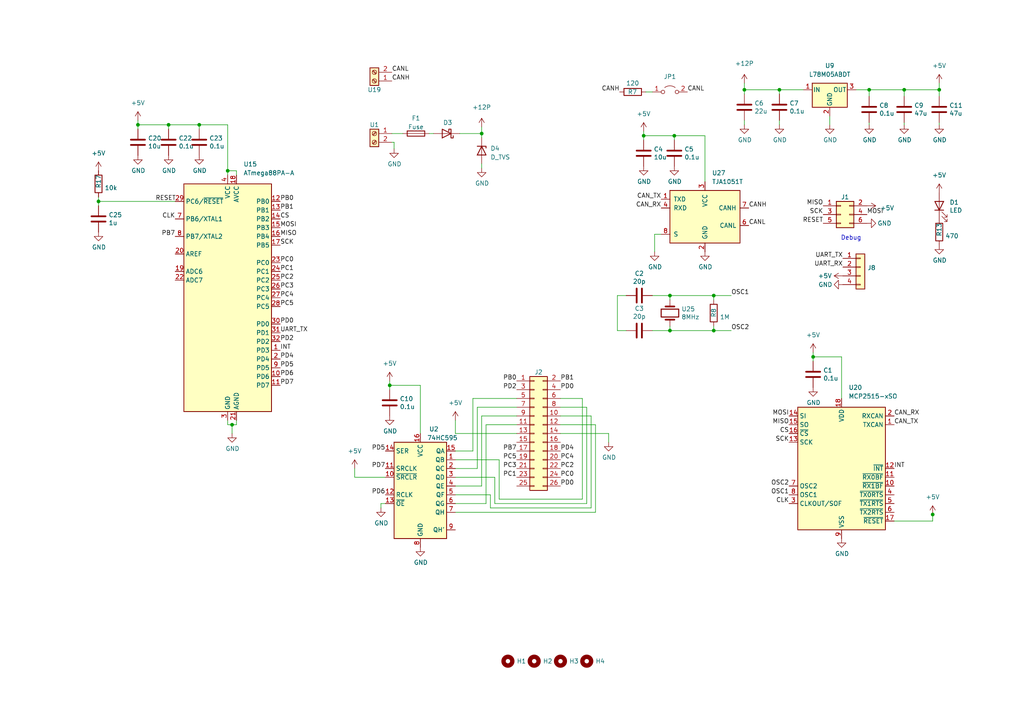
<source format=kicad_sch>
(kicad_sch (version 20230121) (generator eeschema)
  (paper "A4")
  (lib_symbols
    (symbol "74xx:74HC595"
      (property "Reference" "U" (at -7.62 13.97 0))
      (property "Value" "74HC595" (at -7.62 -16.51 0))
      (symbol "74HC595_1_0"
        (pin tri_state line (at 10.16 7.62 180) (length 2.54) (name "QB") (number "1"))
        (pin input line (at -10.16 2.54 0) (length 2.54) (name "~{SRCLR}") (number "10"))
        (pin input line (at -10.16 5.08 0) (length 2.54) (name "SRCLK") (number "11"))
        (pin input line (at -10.16 -2.54 0) (length 2.54) (name "RCLK") (number "12"))
        (pin input line (at -10.16 -5.08 0) (length 2.54) (name "~{OE}") (number "13"))
        (pin input line (at -10.16 10.16 0) (length 2.54) (name "SER") (number "14"))
        (pin tri_state line (at 10.16 10.16 180) (length 2.54) (name "QA") (number "15"))
        (pin power_in line (at 0 15.24 270) (length 2.54) (name "VCC") (number "16"))
        (pin tri_state line (at 10.16 5.08 180) (length 2.54) (name "QC") (number "2"))
        (pin tri_state line (at 10.16 2.54 180) (length 2.54) (name "QD") (number "3"))
        (pin tri_state line (at 10.16 0 180) (length 2.54) (name "QE") (number "4"))
        (pin tri_state line (at 10.16 -2.54 180) (length 2.54) (name "QF") (number "5"))
        (pin tri_state line (at 10.16 -5.08 180) (length 2.54) (name "QG") (number "6"))
        (pin tri_state line (at 10.16 -7.62 180) (length 2.54) (name "QH") (number "7"))
        (pin power_in line (at 0 -17.78 90) (length 2.54) (name "GND") (number "8"))
        (pin output line (at 10.16 -12.7 180) (length 2.54) (name "QH'") (number "9"))
      )
      (symbol "74HC595_1_1"
        (rectangle (start -7.62 12.7) (end 7.62 -15.24) (stroke (width 0.254)) (fill (type background)))
      )
    )
    (symbol "Connector:Screw_Terminal_01x02" (pin_names (offset 1.016) hide)
      (property "Reference" "J" (at 0 2.54 0))
      (property "Value" "Screw_Terminal_01x02" (at 0 -5.08 0))
      (symbol "Screw_Terminal_01x02_1_1"
        (rectangle (start -1.27 1.27) (end 1.27 -3.81) (stroke (width 0.254)) (fill (type background)))
        (circle (center 0 -2.54) (radius 0.635) (stroke (width 0.1524)))
        (polyline (pts (xy -0.5334 -2.2098) (xy 0.3302 -3.048)) (stroke (width 0.1524)))
        (polyline (pts (xy -0.5334 0.3302) (xy 0.3302 -0.508)) (stroke (width 0.1524)))
        (polyline (pts (xy -0.3556 -2.032) (xy 0.508 -2.8702)) (stroke (width 0.1524)))
        (polyline (pts (xy -0.3556 0.508) (xy 0.508 -0.3302)) (stroke (width 0.1524)))
        (circle (center 0 0) (radius 0.635) (stroke (width 0.1524)))
        (pin passive line (at -5.08 0 0) (length 3.81) (name "Pin_1") (number "1"))
        (pin passive line (at -5.08 -2.54 0) (length 3.81) (name "Pin_2") (number "2"))
      )
    )
    (symbol "Connector_Generic:Conn_01x04" (pin_names (offset 1.016) hide)
      (property "Reference" "J" (at 0 5.08 0))
      (property "Value" "Conn_01x04" (at 0 -7.62 0))
      (symbol "Conn_01x04_1_1"
        (rectangle (start -1.27 -4.953) (end 0 -5.207) (stroke (width 0.1524)))
        (rectangle (start -1.27 -2.413) (end 0 -2.667) (stroke (width 0.1524)))
        (rectangle (start -1.27 0.127) (end 0 -0.127) (stroke (width 0.1524)))
        (rectangle (start -1.27 2.667) (end 0 2.413) (stroke (width 0.1524)))
        (rectangle (start -1.27 3.81) (end 1.27 -6.35) (stroke (width 0.254)) (fill (type background)))
        (pin passive line (at -5.08 2.54 0) (length 3.81) (name "Pin_1") (number "1"))
        (pin passive line (at -5.08 0 0) (length 3.81) (name "Pin_2") (number "2"))
        (pin passive line (at -5.08 -2.54 0) (length 3.81) (name "Pin_3") (number "3"))
        (pin passive line (at -5.08 -5.08 0) (length 3.81) (name "Pin_4") (number "4"))
      )
    )
    (symbol "Connector_Generic:Conn_02x03_Odd_Even" (pin_names (offset 1.016) hide)
      (property "Reference" "J" (at 1.27 5.08 0))
      (property "Value" "Conn_02x03_Odd_Even" (at 1.27 -5.08 0))
      (symbol "Conn_02x03_Odd_Even_1_1"
        (rectangle (start -1.27 -2.413) (end 0 -2.667) (stroke (width 0.1524)))
        (rectangle (start -1.27 0.127) (end 0 -0.127) (stroke (width 0.1524)))
        (rectangle (start -1.27 2.667) (end 0 2.413) (stroke (width 0.1524)))
        (rectangle (start -1.27 3.81) (end 3.81 -3.81) (stroke (width 0.254)) (fill (type background)))
        (rectangle (start 3.81 -2.413) (end 2.54 -2.667) (stroke (width 0.1524)))
        (rectangle (start 3.81 0.127) (end 2.54 -0.127) (stroke (width 0.1524)))
        (rectangle (start 3.81 2.667) (end 2.54 2.413) (stroke (width 0.1524)))
        (pin passive line (at -5.08 2.54 0) (length 3.81) (name "Pin_1") (number "1"))
        (pin passive line (at 7.62 2.54 180) (length 3.81) (name "Pin_2") (number "2"))
        (pin passive line (at -5.08 0 0) (length 3.81) (name "Pin_3") (number "3"))
        (pin passive line (at 7.62 0 180) (length 3.81) (name "Pin_4") (number "4"))
        (pin passive line (at -5.08 -2.54 0) (length 3.81) (name "Pin_5") (number "5"))
        (pin passive line (at 7.62 -2.54 180) (length 3.81) (name "Pin_6") (number "6"))
      )
    )
    (symbol "Connector_Generic:Conn_02x13_Odd_Even" (pin_names (offset 1.016) hide)
      (property "Reference" "J" (at 1.27 17.78 0))
      (property "Value" "Conn_02x13_Odd_Even" (at 1.27 -17.78 0))
      (symbol "Conn_02x13_Odd_Even_1_1"
        (rectangle (start -1.27 -15.113) (end 0 -15.367) (stroke (width 0.1524)))
        (rectangle (start -1.27 -12.573) (end 0 -12.827) (stroke (width 0.1524)))
        (rectangle (start -1.27 -10.033) (end 0 -10.287) (stroke (width 0.1524)))
        (rectangle (start -1.27 -7.493) (end 0 -7.747) (stroke (width 0.1524)))
        (rectangle (start -1.27 -4.953) (end 0 -5.207) (stroke (width 0.1524)))
        (rectangle (start -1.27 -2.413) (end 0 -2.667) (stroke (width 0.1524)))
        (rectangle (start -1.27 0.127) (end 0 -0.127) (stroke (width 0.1524)))
        (rectangle (start -1.27 2.667) (end 0 2.413) (stroke (width 0.1524)))
        (rectangle (start -1.27 5.207) (end 0 4.953) (stroke (width 0.1524)))
        (rectangle (start -1.27 7.747) (end 0 7.493) (stroke (width 0.1524)))
        (rectangle (start -1.27 10.287) (end 0 10.033) (stroke (width 0.1524)))
        (rectangle (start -1.27 12.827) (end 0 12.573) (stroke (width 0.1524)))
        (rectangle (start -1.27 15.367) (end 0 15.113) (stroke (width 0.1524)))
        (rectangle (start -1.27 16.51) (end 3.81 -16.51) (stroke (width 0.254)) (fill (type background)))
        (rectangle (start 3.81 -15.113) (end 2.54 -15.367) (stroke (width 0.1524)))
        (rectangle (start 3.81 -12.573) (end 2.54 -12.827) (stroke (width 0.1524)))
        (rectangle (start 3.81 -10.033) (end 2.54 -10.287) (stroke (width 0.1524)))
        (rectangle (start 3.81 -7.493) (end 2.54 -7.747) (stroke (width 0.1524)))
        (rectangle (start 3.81 -4.953) (end 2.54 -5.207) (stroke (width 0.1524)))
        (rectangle (start 3.81 -2.413) (end 2.54 -2.667) (stroke (width 0.1524)))
        (rectangle (start 3.81 0.127) (end 2.54 -0.127) (stroke (width 0.1524)))
        (rectangle (start 3.81 2.667) (end 2.54 2.413) (stroke (width 0.1524)))
        (rectangle (start 3.81 5.207) (end 2.54 4.953) (stroke (width 0.1524)))
        (rectangle (start 3.81 7.747) (end 2.54 7.493) (stroke (width 0.1524)))
        (rectangle (start 3.81 10.287) (end 2.54 10.033) (stroke (width 0.1524)))
        (rectangle (start 3.81 12.827) (end 2.54 12.573) (stroke (width 0.1524)))
        (rectangle (start 3.81 15.367) (end 2.54 15.113) (stroke (width 0.1524)))
        (pin passive line (at -5.08 15.24 0) (length 3.81) (name "Pin_1") (number "1"))
        (pin passive line (at 7.62 5.08 180) (length 3.81) (name "Pin_10") (number "10"))
        (pin passive line (at -5.08 2.54 0) (length 3.81) (name "Pin_11") (number "11"))
        (pin passive line (at 7.62 2.54 180) (length 3.81) (name "Pin_12") (number "12"))
        (pin passive line (at -5.08 0 0) (length 3.81) (name "Pin_13") (number "13"))
        (pin passive line (at 7.62 0 180) (length 3.81) (name "Pin_14") (number "14"))
        (pin passive line (at -5.08 -2.54 0) (length 3.81) (name "Pin_15") (number "15"))
        (pin passive line (at 7.62 -2.54 180) (length 3.81) (name "Pin_16") (number "16"))
        (pin passive line (at -5.08 -5.08 0) (length 3.81) (name "Pin_17") (number "17"))
        (pin passive line (at 7.62 -5.08 180) (length 3.81) (name "Pin_18") (number "18"))
        (pin passive line (at -5.08 -7.62 0) (length 3.81) (name "Pin_19") (number "19"))
        (pin passive line (at 7.62 15.24 180) (length 3.81) (name "Pin_2") (number "2"))
        (pin passive line (at 7.62 -7.62 180) (length 3.81) (name "Pin_20") (number "20"))
        (pin passive line (at -5.08 -10.16 0) (length 3.81) (name "Pin_21") (number "21"))
        (pin passive line (at 7.62 -10.16 180) (length 3.81) (name "Pin_22") (number "22"))
        (pin passive line (at -5.08 -12.7 0) (length 3.81) (name "Pin_23") (number "23"))
        (pin passive line (at 7.62 -12.7 180) (length 3.81) (name "Pin_24") (number "24"))
        (pin passive line (at -5.08 -15.24 0) (length 3.81) (name "Pin_25") (number "25"))
        (pin passive line (at 7.62 -15.24 180) (length 3.81) (name "Pin_26") (number "26"))
        (pin passive line (at -5.08 12.7 0) (length 3.81) (name "Pin_3") (number "3"))
        (pin passive line (at 7.62 12.7 180) (length 3.81) (name "Pin_4") (number "4"))
        (pin passive line (at -5.08 10.16 0) (length 3.81) (name "Pin_5") (number "5"))
        (pin passive line (at 7.62 10.16 180) (length 3.81) (name "Pin_6") (number "6"))
        (pin passive line (at -5.08 7.62 0) (length 3.81) (name "Pin_7") (number "7"))
        (pin passive line (at 7.62 7.62 180) (length 3.81) (name "Pin_8") (number "8"))
        (pin passive line (at -5.08 5.08 0) (length 3.81) (name "Pin_9") (number "9"))
      )
    )
    (symbol "Device:C" (pin_numbers hide) (pin_names (offset 0.254))
      (property "Reference" "C" (at 0.635 2.54 0))
      (property "Value" "C" (at 0.635 -2.54 0))
      (symbol "C_0_1"
        (polyline (pts (xy -2.032 -0.762) (xy 2.032 -0.762)) (stroke (width 0.508)))
        (polyline (pts (xy -2.032 0.762) (xy 2.032 0.762)) (stroke (width 0.508)))
      )
      (symbol "C_1_1"
        (pin passive line (at 0 3.81 270) (length 2.794) (name "~") (number "1"))
        (pin passive line (at 0 -3.81 90) (length 2.794) (name "~") (number "2"))
      )
    )
    (symbol "Device:Crystal" (pin_numbers hide) (pin_names (offset 1.016) hide)
      (property "Reference" "Y" (at 0 3.81 0))
      (property "Value" "Crystal" (at 0 -3.81 0))
      (symbol "Crystal_0_1"
        (rectangle (start -1.143 2.54) (end 1.143 -2.54) (stroke (width 0.3048)))
        (polyline (pts (xy -2.54 0) (xy -1.905 0)))
        (polyline (pts (xy -1.905 -1.27) (xy -1.905 1.27)) (stroke (width 0.508)))
        (polyline (pts (xy 1.905 -1.27) (xy 1.905 1.27)) (stroke (width 0.508)))
        (polyline (pts (xy 2.54 0) (xy 1.905 0)))
      )
      (symbol "Crystal_1_1"
        (pin passive line (at -3.81 0 0) (length 1.27) (name "1") (number "1"))
        (pin passive line (at 3.81 0 180) (length 1.27) (name "2") (number "2"))
      )
    )
    (symbol "Device:D_Schottky" (pin_numbers hide) (pin_names (offset 1.016) hide)
      (property "Reference" "D" (at 0 2.54 0))
      (property "Value" "D_Schottky" (at 0 -2.54 0))
      (symbol "D_Schottky_0_1"
        (polyline (pts (xy 1.27 0) (xy -1.27 0)))
        (polyline (pts (xy 1.27 1.27) (xy 1.27 -1.27) (xy -1.27 0) (xy 1.27 1.27)) (stroke (width 0.254)))
        (polyline (pts (xy -1.905 0.635) (xy -1.905 1.27) (xy -1.27 1.27) (xy -1.27 -1.27) (xy -0.635 -1.27) (xy -0.635 -0.635)) (stroke (width 0.254)))
      )
      (symbol "D_Schottky_1_1"
        (pin passive line (at -3.81 0 0) (length 2.54) (name "K") (number "1"))
        (pin passive line (at 3.81 0 180) (length 2.54) (name "A") (number "2"))
      )
    )
    (symbol "Device:D_Zener" (pin_numbers hide) (pin_names (offset 1.016) hide)
      (property "Reference" "D" (at 0 2.54 0))
      (property "Value" "D_Zener" (at 0 -2.54 0))
      (symbol "D_Zener_0_1"
        (polyline (pts (xy 1.27 0) (xy -1.27 0)))
        (polyline (pts (xy -1.27 -1.27) (xy -1.27 1.27) (xy -0.762 1.27)) (stroke (width 0.254)))
        (polyline (pts (xy 1.27 -1.27) (xy 1.27 1.27) (xy -1.27 0) (xy 1.27 -1.27)) (stroke (width 0.254)))
      )
      (symbol "D_Zener_1_1"
        (pin passive line (at -3.81 0 0) (length 2.54) (name "K") (number "1"))
        (pin passive line (at 3.81 0 180) (length 2.54) (name "A") (number "2"))
      )
    )
    (symbol "Device:Fuse" (pin_numbers hide) (pin_names (offset 0))
      (property "Reference" "F" (at 2.032 0 90))
      (property "Value" "Fuse" (at -1.905 0 90))
      (symbol "Fuse_0_1"
        (rectangle (start -0.762 -2.54) (end 0.762 2.54) (stroke (width 0.254)))
        (polyline (pts (xy 0 2.54) (xy 0 -2.54)))
      )
      (symbol "Fuse_1_1"
        (pin passive line (at 0 3.81 270) (length 1.27) (name "~") (number "1"))
        (pin passive line (at 0 -3.81 90) (length 1.27) (name "~") (number "2"))
      )
    )
    (symbol "Device:LED" (pin_numbers hide) (pin_names (offset 1.016) hide)
      (property "Reference" "D" (at 0 2.54 0))
      (property "Value" "LED" (at 0 -2.54 0))
      (symbol "LED_0_1"
        (polyline (pts (xy -1.27 -1.27) (xy -1.27 1.27)) (stroke (width 0.254)))
        (polyline (pts (xy -1.27 0) (xy 1.27 0)))
        (polyline (pts (xy 1.27 -1.27) (xy 1.27 1.27) (xy -1.27 0) (xy 1.27 -1.27)) (stroke (width 0.254)))
        (polyline (pts (xy -3.048 -0.762) (xy -4.572 -2.286) (xy -3.81 -2.286) (xy -4.572 -2.286) (xy -4.572 -1.524)))
        (polyline (pts (xy -1.778 -0.762) (xy -3.302 -2.286) (xy -2.54 -2.286) (xy -3.302 -2.286) (xy -3.302 -1.524)))
      )
      (symbol "LED_1_1"
        (pin passive line (at -3.81 0 0) (length 2.54) (name "K") (number "1"))
        (pin passive line (at 3.81 0 180) (length 2.54) (name "A") (number "2"))
      )
    )
    (symbol "Device:R" (pin_numbers hide) (pin_names (offset 0))
      (property "Reference" "R" (at 2.032 0 90))
      (property "Value" "R" (at 0 0 90))
      (symbol "R_0_1"
        (rectangle (start -1.016 -2.54) (end 1.016 2.54) (stroke (width 0.254)))
      )
      (symbol "R_1_1"
        (pin passive line (at 0 3.81 270) (length 1.27) (name "~") (number "1"))
        (pin passive line (at 0 -3.81 90) (length 1.27) (name "~") (number "2"))
      )
    )
    (symbol "Interface_CAN_LIN:MCP2515-xSO"
      (property "Reference" "U" (at -10.16 19.685 0))
      (property "Value" "MCP2515-xSO" (at 19.05 20.32 0))
      (symbol "MCP2515-xSO_0_1"
        (rectangle (start -12.7 17.78) (end 12.7 -17.78) (stroke (width 0.254)) (fill (type background)))
      )
      (symbol "MCP2515-xSO_1_1"
        (pin output line (at 15.24 12.7 180) (length 2.54) (name "TXCAN") (number "1"))
        (pin output line (at 15.24 -5.08 180) (length 2.54) (name "~{RX1BF}") (number "10"))
        (pin output line (at 15.24 -2.54 180) (length 2.54) (name "~{RX0BF}") (number "11"))
        (pin output line (at 15.24 0 180) (length 2.54) (name "~{INT}") (number "12"))
        (pin input line (at -15.24 7.62 0) (length 2.54) (name "SCK") (number "13"))
        (pin input line (at -15.24 15.24 0) (length 2.54) (name "SI") (number "14"))
        (pin output line (at -15.24 12.7 0) (length 2.54) (name "SO") (number "15"))
        (pin input line (at -15.24 10.16 0) (length 2.54) (name "~{CS}") (number "16"))
        (pin input line (at 15.24 -15.24 180) (length 2.54) (name "~{RESET}") (number "17"))
        (pin power_in line (at 0 20.32 270) (length 2.54) (name "VDD") (number "18"))
        (pin input line (at 15.24 15.24 180) (length 2.54) (name "RXCAN") (number "2"))
        (pin output line (at -15.24 -10.16 0) (length 2.54) (name "CLKOUT/SOF") (number "3"))
        (pin input line (at 15.24 -7.62 180) (length 2.54) (name "~{TX0RTS}") (number "4"))
        (pin input line (at 15.24 -10.16 180) (length 2.54) (name "~{TX1RTS}") (number "5"))
        (pin input line (at 15.24 -12.7 180) (length 2.54) (name "~{TX2RTS}") (number "6"))
        (pin output line (at -15.24 -5.08 0) (length 2.54) (name "OSC2") (number "7"))
        (pin input line (at -15.24 -7.62 0) (length 2.54) (name "OSC1") (number "8"))
        (pin power_in line (at 0 -20.32 90) (length 2.54) (name "VSS") (number "9"))
      )
    )
    (symbol "Interface_CAN_LIN:TJA1051T" (pin_names (offset 1.016))
      (property "Reference" "U" (at -10.16 8.89 0))
      (property "Value" "TJA1051T" (at 1.27 8.89 0))
      (symbol "TJA1051T_0_1"
        (rectangle (start -10.16 7.62) (end 10.16 -7.62) (stroke (width 0.254)) (fill (type background)))
      )
      (symbol "TJA1051T_1_1"
        (pin input line (at -12.7 5.08 0) (length 2.54) (name "TXD") (number "1"))
        (pin power_in line (at 0 -10.16 90) (length 2.54) (name "GND") (number "2"))
        (pin power_in line (at 0 10.16 270) (length 2.54) (name "VCC") (number "3"))
        (pin output line (at -12.7 2.54 0) (length 2.54) (name "RXD") (number "4"))
        (pin no_connect line (at -12.7 -2.54 0) (length 2.54) hide (name "n.c.") (number "5"))
        (pin bidirectional line (at 12.7 -2.54 180) (length 2.54) (name "CANL") (number "6"))
        (pin bidirectional line (at 12.7 2.54 180) (length 2.54) (name "CANH") (number "7"))
        (pin input line (at -12.7 -5.08 0) (length 2.54) (name "S") (number "8"))
      )
    )
    (symbol "Jumper:Jumper_2_Open" (pin_names (offset 0) hide)
      (property "Reference" "JP" (at 0 2.794 0))
      (property "Value" "Jumper_2_Open" (at 0 -2.286 0))
      (symbol "Jumper_2_Open_0_0"
        (circle (center -2.032 0) (radius 0.508))
        (circle (center 2.032 0) (radius 0.508))
      )
      (symbol "Jumper_2_Open_0_1"
        (arc (start 1.524 1.27) (mid 0 1.778) (end -1.524 1.27))
      )
      (symbol "Jumper_2_Open_1_1"
        (pin passive line (at -5.08 0 0) (length 2.54) (name "A") (number "1"))
        (pin passive line (at 5.08 0 180) (length 2.54) (name "B") (number "2"))
      )
    )
    (symbol "MCU_Microchip_ATmega:ATmega8A-A"
      (property "Reference" "U" (at -12.7 34.29 0))
      (property "Value" "ATmega8A-A" (at 5.08 -34.29 0))
      (symbol "ATmega8A-A_0_1"
        (rectangle (start -12.7 -33.02) (end 12.7 33.02) (stroke (width 0.254)) (fill (type background)))
      )
      (symbol "ATmega8A-A_1_1"
        (pin bidirectional line (at 15.24 -15.24 180) (length 2.54) (name "PD3") (number "1"))
        (pin bidirectional line (at 15.24 -22.86 180) (length 2.54) (name "PD6") (number "10"))
        (pin bidirectional line (at 15.24 -25.4 180) (length 2.54) (name "PD7") (number "11"))
        (pin bidirectional line (at 15.24 27.94 180) (length 2.54) (name "PB0") (number "12"))
        (pin bidirectional line (at 15.24 25.4 180) (length 2.54) (name "PB1") (number "13"))
        (pin bidirectional line (at 15.24 22.86 180) (length 2.54) (name "PB2") (number "14"))
        (pin bidirectional line (at 15.24 20.32 180) (length 2.54) (name "PB3") (number "15"))
        (pin bidirectional line (at 15.24 17.78 180) (length 2.54) (name "PB4") (number "16"))
        (pin bidirectional line (at 15.24 15.24 180) (length 2.54) (name "PB5") (number "17"))
        (pin power_in line (at 2.54 35.56 270) (length 2.54) (name "AVCC") (number "18"))
        (pin input line (at -15.24 7.62 0) (length 2.54) (name "ADC6") (number "19"))
        (pin bidirectional line (at 15.24 -17.78 180) (length 2.54) (name "PD4") (number "2"))
        (pin passive line (at -15.24 12.7 0) (length 2.54) (name "AREF") (number "20"))
        (pin power_in line (at 2.54 -35.56 90) (length 2.54) (name "AGND") (number "21"))
        (pin input line (at -15.24 5.08 0) (length 2.54) (name "ADC7") (number "22"))
        (pin bidirectional line (at 15.24 10.16 180) (length 2.54) (name "PC0") (number "23"))
        (pin bidirectional line (at 15.24 7.62 180) (length 2.54) (name "PC1") (number "24"))
        (pin bidirectional line (at 15.24 5.08 180) (length 2.54) (name "PC2") (number "25"))
        (pin bidirectional line (at 15.24 2.54 180) (length 2.54) (name "PC3") (number "26"))
        (pin bidirectional line (at 15.24 0 180) (length 2.54) (name "PC4") (number "27"))
        (pin bidirectional line (at 15.24 -2.54 180) (length 2.54) (name "PC5") (number "28"))
        (pin bidirectional line (at -15.24 27.94 0) (length 2.54) (name "PC6/~{RESET}") (number "29"))
        (pin power_in line (at 0 -35.56 90) (length 2.54) (name "GND") (number "3"))
        (pin bidirectional line (at 15.24 -7.62 180) (length 2.54) (name "PD0") (number "30"))
        (pin bidirectional line (at 15.24 -10.16 180) (length 2.54) (name "PD1") (number "31"))
        (pin bidirectional line (at 15.24 -12.7 180) (length 2.54) (name "PD2") (number "32"))
        (pin power_in line (at 0 35.56 270) (length 2.54) (name "VCC") (number "4"))
        (pin passive line (at 0 -35.56 90) (length 2.54) hide (name "GND") (number "5"))
        (pin passive line (at 0 35.56 270) (length 2.54) hide (name "VCC") (number "6"))
        (pin bidirectional line (at -15.24 22.86 0) (length 2.54) (name "PB6/XTAL1") (number "7"))
        (pin bidirectional line (at -15.24 17.78 0) (length 2.54) (name "PB7/XTAL2") (number "8"))
        (pin bidirectional line (at 15.24 -20.32 180) (length 2.54) (name "PD5") (number "9"))
      )
    )
    (symbol "Mechanical:MountingHole" (pin_names (offset 1.016))
      (property "Reference" "H" (at 0 5.08 0))
      (property "Value" "MountingHole" (at 0 3.175 0))
      (symbol "MountingHole_0_1"
        (circle (center 0 0) (radius 1.27) (stroke (width 1.27)))
      )
    )
    (symbol "Regulator_Linear:L7805" (pin_names (offset 0.254))
      (property "Reference" "U" (at -3.81 3.175 0))
      (property "Value" "L7805" (at 0 3.175 0))
      (symbol "L7805_0_1"
        (rectangle (start -5.08 1.905) (end 5.08 -5.08) (stroke (width 0.254)) (fill (type background)))
      )
      (symbol "L7805_1_1"
        (pin power_in line (at -7.62 0 0) (length 2.54) (name "IN") (number "1"))
        (pin power_in line (at 0 -7.62 90) (length 2.54) (name "GND") (number "2"))
        (pin power_out line (at 7.62 0 180) (length 2.54) (name "OUT") (number "3"))
      )
    )
    (symbol "power:+12P" (power) (pin_names (offset 0))
      (property "Value" "+12P" (at 0 3.556 0))
      (symbol "+12P_0_1"
        (polyline (pts (xy -0.762 1.27) (xy 0 2.54)))
        (polyline (pts (xy 0 0) (xy 0 2.54)))
        (polyline (pts (xy 0 2.54) (xy 0.762 1.27)))
      )
      (symbol "+12P_1_1"
        (pin power_in line (at 0 0 90) (length 0) hide (name "+12P") (number "1"))
      )
    )
    (symbol "power:+5V" (power) (pin_names (offset 0))
      (property "Value" "+5V" (at 0 3.556 0))
      (symbol "+5V_0_1"
        (polyline (pts (xy -0.762 1.27) (xy 0 2.54)))
        (polyline (pts (xy 0 0) (xy 0 2.54)))
        (polyline (pts (xy 0 2.54) (xy 0.762 1.27)))
      )
      (symbol "+5V_1_1"
        (pin power_in line (at 0 0 90) (length 0) hide (name "+5V") (number "1"))
      )
    )
    (symbol "power:GND" (power) (pin_names (offset 0))
      (property "Value" "GND" (at 0 -3.81 0))
      (symbol "GND_0_1"
        (polyline (pts (xy 0 0) (xy 0 -1.27) (xy 1.27 -1.27) (xy 0 -2.54) (xy -1.27 -1.27) (xy 0 -1.27)))
      )
      (symbol "GND_1_1"
        (pin power_in line (at 0 0 270) (length 0) hide (name "GND") (number "1"))
      )
    )
  )
  (junction (at 262.255 26.035))
  (junction (at 40.005 36.195))
  (junction (at 272.415 26.035))
  (junction (at 194.31 85.725))
  (junction (at 66.04 49.53))
  (junction (at 252.095 26.035))
  (junction (at 28.575 58.42))
  (junction (at 194.31 95.885))
  (junction (at 207.01 85.725))
  (junction (at 207.01 95.885))
  (junction (at 67.31 123.19))
  (junction (at 48.895 36.195))
  (junction (at 226.06 26.035))
  (junction (at 235.839 103.505))
  (junction (at 195.58 39.37))
  (junction (at 215.9 26.035))
  (junction (at 186.69 39.37))
  (junction (at 113.03 111.76))
  (junction (at 270.51 149.225))
  (junction (at 139.7 38.735))
  (junction (at 57.785 36.195))
  (wire (pts (xy 144.78 133.35) (xy 144.78 144.78)))
  (wire (pts (xy 244.094 103.505) (xy 235.839 103.505)))
  (wire (pts (xy 272.415 35.56) (xy 272.415 36.195)))
  (wire (pts (xy 48.895 36.195) (xy 57.785 36.195)))
  (wire (pts (xy 270.51 148.844) (xy 270.51 149.225)))
  (wire (pts (xy 186.69 39.37) (xy 195.58 39.37)))
  (wire (pts (xy 235.839 103.505) (xy 235.839 102.235)))
  (wire (pts (xy 143.51 138.43) (xy 132.08 138.43)))
  (wire (pts (xy 149.86 120.65) (xy 139.7 120.65)))
  (wire (pts (xy 138.43 135.89) (xy 138.43 118.11)))
  (wire (pts (xy 195.58 39.37) (xy 204.47 39.37)))
  (wire (pts (xy 68.58 50.8) (xy 68.58 49.53)))
  (wire (pts (xy 66.04 121.92) (xy 66.04 123.19)))
  (wire (pts (xy 168.91 115.57) (xy 162.56 115.57)))
  (wire (pts (xy 215.9 34.925) (xy 215.9 36.195)))
  (wire (pts (xy 259.334 151.13) (xy 270.51 151.13)))
  (wire (pts (xy 57.785 37.465) (xy 57.785 36.195)))
  (wire (pts (xy 226.06 26.035) (xy 215.9 26.035)))
  (wire (pts (xy 66.04 36.195) (xy 66.04 49.53)))
  (wire (pts (xy 252.095 26.035) (xy 252.095 27.94)))
  (wire (pts (xy 189.23 95.885) (xy 194.31 95.885)))
  (wire (pts (xy 114.3 41.275) (xy 114.3 43.18)))
  (wire (pts (xy 194.31 85.725) (xy 189.23 85.725)))
  (wire (pts (xy 28.575 58.42) (xy 28.575 57.15)))
  (wire (pts (xy 110.49 147.32) (xy 110.49 146.05)))
  (wire (pts (xy 195.58 40.64) (xy 195.58 39.37)))
  (wire (pts (xy 252.095 26.035) (xy 262.255 26.035)))
  (wire (pts (xy 102.87 138.43) (xy 102.87 135.89)))
  (wire (pts (xy 137.16 115.57) (xy 149.86 115.57)))
  (wire (pts (xy 171.45 120.65) (xy 162.56 120.65)))
  (wire (pts (xy 194.31 85.725) (xy 207.01 85.725)))
  (wire (pts (xy 28.575 58.42) (xy 50.8 58.42)))
  (wire (pts (xy 140.97 123.19) (xy 149.86 123.19)))
  (wire (pts (xy 68.58 121.92) (xy 68.58 123.19)))
  (wire (pts (xy 189.865 67.945) (xy 189.865 73.025)))
  (wire (pts (xy 170.18 118.11) (xy 170.18 146.05)))
  (wire (pts (xy 181.61 85.725) (xy 179.07 85.725)))
  (wire (pts (xy 113.665 38.735) (xy 116.84 38.735)))
  (wire (pts (xy 132.08 146.05) (xy 140.97 146.05)))
  (wire (pts (xy 172.72 123.19) (xy 172.72 148.59)))
  (wire (pts (xy 240.665 33.655) (xy 240.665 36.195)))
  (wire (pts (xy 67.31 123.19) (xy 67.31 125.73)))
  (wire (pts (xy 48.895 37.465) (xy 48.895 36.195)))
  (wire (pts (xy 113.03 111.76) (xy 121.92 111.76)))
  (wire (pts (xy 142.24 143.51) (xy 142.24 147.32)))
  (wire (pts (xy 168.91 144.78) (xy 168.91 115.57)))
  (wire (pts (xy 233.045 26.035) (xy 226.06 26.035)))
  (wire (pts (xy 204.47 39.37) (xy 204.47 52.705)))
  (wire (pts (xy 110.49 146.05) (xy 111.76 146.05)))
  (wire (pts (xy 226.06 26.035) (xy 226.06 27.305)))
  (wire (pts (xy 207.01 95.885) (xy 212.09 95.885)))
  (wire (pts (xy 244.094 115.57) (xy 244.094 103.505)))
  (wire (pts (xy 40.005 34.925) (xy 40.005 36.195)))
  (wire (pts (xy 140.97 146.05) (xy 140.97 123.19)))
  (wire (pts (xy 68.58 123.19) (xy 67.31 123.19)))
  (wire (pts (xy 186.69 38.1) (xy 186.69 39.37)))
  (wire (pts (xy 207.01 95.885) (xy 194.31 95.885)))
  (wire (pts (xy 142.24 147.32) (xy 171.45 147.32)))
  (wire (pts (xy 170.18 146.05) (xy 143.51 146.05)))
  (wire (pts (xy 40.005 36.195) (xy 40.005 37.465)))
  (wire (pts (xy 66.04 49.53) (xy 66.04 50.8)))
  (wire (pts (xy 176.53 125.73) (xy 176.53 128.27)))
  (wire (pts (xy 207.01 94.615) (xy 207.01 95.885)))
  (wire (pts (xy 28.575 58.42) (xy 28.575 59.69)))
  (wire (pts (xy 137.16 130.81) (xy 137.16 115.57)))
  (wire (pts (xy 270.51 149.225) (xy 270.51 151.13)))
  (wire (pts (xy 132.08 143.51) (xy 142.24 143.51)))
  (wire (pts (xy 144.78 144.78) (xy 168.91 144.78)))
  (wire (pts (xy 48.895 36.195) (xy 40.005 36.195)))
  (wire (pts (xy 252.095 35.56) (xy 252.095 36.195)))
  (wire (pts (xy 121.92 111.76) (xy 121.92 125.73)))
  (wire (pts (xy 215.9 26.035) (xy 215.9 27.305)))
  (wire (pts (xy 207.01 85.725) (xy 212.09 85.725)))
  (wire (pts (xy 132.08 130.81) (xy 137.16 130.81)))
  (wire (pts (xy 132.08 121.92) (xy 132.08 125.73)))
  (wire (pts (xy 171.45 147.32) (xy 171.45 120.65)))
  (wire (pts (xy 226.06 34.925) (xy 226.06 36.195)))
  (wire (pts (xy 102.87 138.43) (xy 111.76 138.43)))
  (wire (pts (xy 139.7 38.735) (xy 139.7 39.878)))
  (wire (pts (xy 235.839 103.505) (xy 235.839 104.775)))
  (wire (pts (xy 172.72 148.59) (xy 132.08 148.59)))
  (wire (pts (xy 113.03 111.76) (xy 113.03 110.49)))
  (wire (pts (xy 207.01 85.725) (xy 207.01 86.995)))
  (wire (pts (xy 194.31 86.995) (xy 194.31 85.725)))
  (wire (pts (xy 262.255 26.035) (xy 262.255 27.94)))
  (wire (pts (xy 272.415 24.13) (xy 272.415 26.035)))
  (wire (pts (xy 138.43 118.11) (xy 149.86 118.11)))
  (wire (pts (xy 67.31 123.19) (xy 66.04 123.19)))
  (wire (pts (xy 132.08 135.89) (xy 138.43 135.89)))
  (wire (pts (xy 262.255 35.56) (xy 262.255 36.195)))
  (wire (pts (xy 162.56 123.19) (xy 172.72 123.19)))
  (wire (pts (xy 139.7 47.498) (xy 139.7 48.768)))
  (wire (pts (xy 113.665 41.275) (xy 114.3 41.275)))
  (wire (pts (xy 139.7 140.97) (xy 132.08 140.97)))
  (wire (pts (xy 57.785 36.195) (xy 66.04 36.195)))
  (wire (pts (xy 215.9 24.13) (xy 215.9 26.035)))
  (wire (pts (xy 124.46 38.735) (xy 125.73 38.735)))
  (wire (pts (xy 139.7 36.83) (xy 139.7 38.735)))
  (wire (pts (xy 272.415 26.035) (xy 272.415 27.94)))
  (wire (pts (xy 262.255 26.035) (xy 272.415 26.035)))
  (wire (pts (xy 162.56 118.11) (xy 170.18 118.11)))
  (wire (pts (xy 162.56 125.73) (xy 176.53 125.73)))
  (wire (pts (xy 186.69 39.37) (xy 186.69 40.64)))
  (wire (pts (xy 179.07 85.725) (xy 179.07 95.885)))
  (wire (pts (xy 133.35 38.735) (xy 139.7 38.735)))
  (wire (pts (xy 132.08 125.73) (xy 149.86 125.73)))
  (wire (pts (xy 113.03 113.03) (xy 113.03 111.76)))
  (wire (pts (xy 143.51 146.05) (xy 143.51 138.43)))
  (wire (pts (xy 68.58 49.53) (xy 66.04 49.53)))
  (wire (pts (xy 194.31 95.885) (xy 194.31 94.615)))
  (wire (pts (xy 248.285 26.035) (xy 252.095 26.035)))
  (wire (pts (xy 187.325 26.67) (xy 189.23 26.67)))
  (wire (pts (xy 139.7 120.65) (xy 139.7 140.97)))
  (wire (pts (xy 132.08 133.35) (xy 144.78 133.35)))
  (wire (pts (xy 191.77 67.945) (xy 189.865 67.945)))
  (wire (pts (xy 179.07 95.885) (xy 181.61 95.885)))
  (text "Debug" (at 243.84 69.85 0) (effects (font (size 1.27 1.27)) (justify left bottom)))
  (label "PC1" (at 149.86 138.43 180))
  (label "UART_TX" (at 81.28 96.52 0))
  (label "PC5" (at 81.28 88.9 0))
  (label "PC3" (at 81.28 83.82 0))
  (label "PD7" (at 111.76 135.89 180))
  (label "CAN_TX" (at 191.77 57.785 180))
  (label "CAN_TX" (at 259.334 123.19 0))
  (label "PD4" (at 81.28 104.14 0))
  (label "CANH" (at 217.17 60.325 0))
  (label "UART_TX" (at 244.475 74.93 180))
  (label "CAN_RX" (at 259.334 120.65 0))
  (label "PB0" (at 149.86 110.49 180))
  (label "CANH" (at 113.665 23.495 0))
  (label "OSC2" (at 228.854 140.97 180))
  (label "MOSI" (at 251.46 62.23 0))
  (label "CLK" (at 228.854 146.05 180))
  (label "PB0" (at 81.28 58.42 0))
  (label "PD6" (at 111.76 143.51 180))
  (label "SCK" (at 81.28 71.12 0))
  (label "PC4" (at 162.56 133.35 0))
  (label "PD0" (at 162.56 140.97 0))
  (label "SCK" (at 238.76 62.23 180))
  (label "PD0" (at 162.56 113.03 0))
  (label "CANH" (at 179.705 26.67 180))
  (label "PD4" (at 162.56 130.81 0))
  (label "INT" (at 259.334 135.89 0))
  (label "PD7" (at 81.28 111.76 0))
  (label "PC0" (at 162.56 138.43 0))
  (label "MISO" (at 238.76 59.69 180))
  (label "MOSI" (at 228.854 120.65 180))
  (label "PD6" (at 81.28 109.22 0))
  (label "CANL" (at 199.39 26.67 0))
  (label "PD0" (at 81.28 93.98 0))
  (label "PB1" (at 162.56 110.49 0))
  (label "PD2" (at 81.28 99.06 0))
  (label "OSC1" (at 212.09 85.725 0))
  (label "PB7" (at 50.8 68.58 180))
  (label "PC1" (at 81.28 78.74 0))
  (label "PC3" (at 149.86 135.89 180))
  (label "CANL" (at 217.17 65.405 0))
  (label "PD5" (at 81.28 106.68 0))
  (label "PB1" (at 81.28 60.96 0))
  (label "PB7" (at 149.86 130.81 180))
  (label "OSC2" (at 212.09 95.885 0))
  (label "PD5" (at 111.76 130.81 180))
  (label "MISO" (at 81.28 68.58 0))
  (label "PC4" (at 81.28 86.36 0))
  (label "INT" (at 81.28 101.6 0))
  (label "PC2" (at 81.28 81.28 0))
  (label "CLK" (at 50.8 63.5 180))
  (label "UART_RX" (at 244.475 77.47 180))
  (label "MOSI" (at 81.28 66.04 0))
  (label "PC2" (at 162.56 135.89 0))
  (label "SCK" (at 228.854 128.27 180))
  (label "PC0" (at 81.28 76.2 0))
  (label "PC5" (at 149.86 133.35 180))
  (label "CS" (at 81.28 63.5 0))
  (label "CS" (at 228.854 125.73 180))
  (label "CANL" (at 113.665 20.955 0))
  (label "PD2" (at 149.86 113.03 180))
  (label "RESET" (at 238.76 64.77 180))
  (label "OSC1" (at 228.854 143.51 180))
  (label "CAN_RX" (at 191.77 60.325 180))
  (label "MISO" (at 228.854 123.19 180))
  (label "RESET" (at 45.085 58.42 0))
  (symbol (lib_id "Connector_Generic:Conn_01x04") (at 249.555 77.47 0) (unit 1) (in_bom no)
    (property "Reference" "J8" (at 251.587 77.6732 0) (effects (justify left)))
    (property "Value" "Conn_01x04" (effects hide))
    (property "Footprint" "Connector_PinHeader_2.54mm:PinHeader_1x04_P2.54mm_Vertical" (effects hide))
  )
  (symbol (lib_id "Device:C") (at 40.005 41.275 180) (unit 1)
    (property "Reference" "C20" (at 42.926 40.1066 0) (effects (justify right)))
    (property "Value" "10u" (at 42.926 42.418 0) (effects (justify right)))
    (property "Footprint" "Capacitor_SMD:C_0805_2012Metric" (effects hide))
    (property "MPN" "C15850" (effects hide))
  )
  (symbol (lib_id "power:GND") (at 40.005 45.085 0) (unit 1)
    (property "Reference" "#PWR0146" (effects hide))
    (property "Value" "GND" (at 40.132 49.4792 0))
  )
  (symbol (lib_id "Device:C") (at 28.575 63.5 0) (unit 1)
    (property "Reference" "C25" (at 31.496 62.3316 0) (effects (justify left)))
    (property "Value" "1u" (at 31.496 64.643 0) (effects (justify left)))
    (property "Footprint" "Capacitor_SMD:C_0805_2012Metric" (effects hide))
    (property "MPN" "C28323" (effects hide))
  )
  (symbol (lib_id "Device:R") (at 28.575 53.34 0) (unit 1)
    (property "Reference" "R17" (at 28.575 54.61 90) (effects (justify left)))
    (property "Value" "10k" (at 30.353 54.483 0) (effects (justify left)))
    (property "Footprint" "Resistor_SMD:R_0805_2012Metric" (effects hide))
  )
  (symbol (lib_id "power:GND") (at 28.575 67.31 0) (unit 1)
    (property "Reference" "#PWR0109" (effects hide))
    (property "Value" "GND" (at 28.702 71.7042 0))
  )
  (symbol (lib_id "power:GND") (at 48.895 45.085 0) (unit 1)
    (property "Reference" "#PWR0113" (effects hide))
    (property "Value" "GND" (at 49.022 49.4792 0))
  )
  (symbol (lib_id "Device:C") (at 48.895 41.275 0) (unit 1)
    (property "Reference" "C22" (at 51.816 40.1066 0) (effects (justify left)))
    (property "Value" "0.1u" (at 51.816 42.418 0) (effects (justify left)))
    (property "Footprint" "Capacitor_SMD:C_0805_2012Metric" (effects hide))
    (property "MPN" "C49678" (effects hide))
  )
  (symbol (lib_id "power:GND") (at 57.785 45.085 0) (unit 1)
    (property "Reference" "#PWR0114" (effects hide))
    (property "Value" "GND" (at 57.912 49.4792 0))
  )
  (symbol (lib_id "Device:C") (at 57.785 41.275 0) (unit 1)
    (property "Reference" "C23" (at 60.706 40.1066 0) (effects (justify left)))
    (property "Value" "0.1u" (at 60.706 42.418 0) (effects (justify left)))
    (property "Footprint" "Capacitor_SMD:C_0805_2012Metric" (effects hide))
    (property "MPN" "C49678" (effects hide))
  )
  (symbol (lib_id "Device:LED") (at 272.415 59.69 90) (unit 1)
    (property "Reference" "D1" (at 275.4122 58.6994 90) (effects (justify right)))
    (property "Value" "LED" (at 275.4122 61.0108 90) (effects (justify right)))
    (property "Footprint" "LED_SMD:LED_0603_1608Metric" (effects hide))
    (property "MPN" "C2286" (effects hide))
  )
  (symbol (lib_id "Device:R") (at 272.415 67.31 0) (unit 1)
    (property "Reference" "R13" (at 272.415 68.58 90) (effects (justify left)))
    (property "Value" "470" (at 274.193 68.453 0) (effects (justify left)))
    (property "Footprint" "Resistor_SMD:R_0805_2012Metric" (effects hide))
    (property "MPN" "C17710" (effects hide))
  )
  (symbol (lib_id "power:GND") (at 272.415 71.12 0) (unit 1)
    (property "Reference" "#PWR0120" (effects hide))
    (property "Value" "GND" (at 272.542 75.5142 0))
  )
  (symbol (lib_id "Interface_CAN_LIN:TJA1051T") (at 204.47 62.865 0) (unit 1)
    (property "Reference" "U27" (at 206.4894 50.165 0) (effects (justify left)))
    (property "Value" "TJA1051T" (at 206.4894 52.705 0) (effects (justify left)))
    (property "Footprint" "Package_SO:SOIC-8_3.9x4.9mm_P1.27mm" (effects hide))
    (property "Datasheet" "http://www.nxp.com/documents/data_sheet/TJA1051.pdf" (effects hide))
    (property "MPN" "C6952" (effects hide))
  )
  (symbol (lib_id "power:GND") (at 240.665 36.195 0) (unit 1)
    (property "Reference" "#PWR0110" (effects hide))
    (property "Value" "GND" (at 240.792 40.5892 0))
  )
  (symbol (lib_id "power:GND") (at 195.58 48.26 0) (unit 1)
    (property "Reference" "#PWR0136" (effects hide))
    (property "Value" "GND" (at 195.707 52.6542 0))
  )
  (symbol (lib_id "power:+5V") (at 132.08 121.92 0) (unit 1)
    (property "Reference" "#PWR01" (effects hide))
    (property "Value" "+5V" (at 132.08 116.84 0))
  )
  (symbol (lib_id "power:+5V") (at 272.415 24.13 0) (unit 1)
    (property "Reference" "#PWR0108" (effects hide))
    (property "Value" "+5V" (at 272.415 19.05 0))
  )
  (symbol (lib_id "power:+5V") (at 244.475 80.01 90) (unit 1)
    (property "Reference" "#PWR0134" (effects hide))
    (property "Value" "+5V" (at 241.3 80.0099 90) (effects (justify left)))
  )
  (symbol (lib_id "power:GND") (at 139.7 48.768 0) (unit 1)
    (property "Reference" "#PWR08" (effects hide))
    (property "Value" "GND" (at 139.827 53.1622 0))
  )
  (symbol (lib_id "Device:D_Schottky") (at 129.54 38.735 180) (unit 1)
    (property "Reference" "D3" (at 129.8575 35.56 0))
    (property "Value" "738-5052" (effects hide))
    (property "Footprint" "Diode_SMD:D_SMA" (effects hide))
    (property "Feld4" "Diode 1A 50V 1,1Vf" (effects hide))
    (property "MPN" "C14996" (effects hide))
  )
  (symbol (lib_id "Device:Fuse") (at 120.65 38.735 90) (unit 1)
    (property "Reference" "F1" (at 120.65 34.29 90))
    (property "Value" "Fuse" (at 120.65 36.83 90))
    (property "Footprint" "Fuse:Fuse_1812_4532Metric" (effects hide))
  )
  (symbol (lib_id "MCU_Microchip_ATmega:ATmega8A-A") (at 66.04 86.36 0) (unit 1) (in_bom no)
    (property "Reference" "U15" (at 70.5994 47.625 0) (effects (justify left)))
    (property "Value" "ATmega88PA-A" (at 70.5994 50.165 0) (effects (justify left)))
    (property "Footprint" "Package_QFP:TQFP-32_7x7mm_P0.8mm" (effects hide))
    (property "Datasheet" "http://ww1.microchip.com/downloads/en/DeviceDoc/Microchip%208bit%20mcu%20AVR%20ATmega8A%20data%20sheet%2040001974A.pdf" (effects hide))
    (property "MPN" "C16190" (effects hide))
  )
  (symbol (lib_id "power:GND") (at 189.865 73.025 0) (unit 1)
    (property "Reference" "#PWR0138" (effects hide))
    (property "Value" "GND" (at 189.992 77.4192 0))
  )
  (symbol (lib_id "Device:D_Zener") (at 139.7 43.688 270) (unit 1)
    (property "Reference" "D4" (at 142.24 43.053 90) (effects (justify left)))
    (property "Value" "D_TVS" (at 142.24 45.593 90) (effects (justify left)))
    (property "Footprint" "Diode_SMD:D_SMA" (effects hide))
    (property "MPN" "C19077535" (effects hide))
  )
  (symbol (lib_id "Device:C") (at 186.69 44.45 180) (unit 1)
    (property "Reference" "C4" (at 189.611 43.2816 0) (effects (justify right)))
    (property "Value" "10u" (at 189.611 45.593 0) (effects (justify right)))
    (property "Footprint" "Capacitor_SMD:C_0805_2012Metric" (effects hide))
    (property "MPN" "C15850" (effects hide))
  )
  (symbol (lib_id "power:GND") (at 251.46 64.77 90) (unit 1)
    (property "Reference" "#PWR013" (effects hide))
    (property "Value" "GND" (at 256.54 64.77 90))
  )
  (symbol (lib_id "power:GND") (at 215.9 36.195 0) (unit 1)
    (property "Reference" "#PWR0102" (effects hide))
    (property "Value" "GND" (at 216.027 40.5892 0))
  )
  (symbol (lib_id "power:+5V") (at 270.51 149.225 0) (unit 1)
    (property "Reference" "#PWR09" (effects hide))
    (property "Value" "+5V" (at 270.51 144.145 0))
  )
  (symbol (lib_id "Device:C") (at 252.095 31.75 0) (unit 1)
    (property "Reference" "C8" (at 255.016 30.5816 0) (effects (justify left)))
    (property "Value" "0.1u" (at 255.016 32.893 0) (effects (justify left)))
    (property "Footprint" "Capacitor_SMD:C_0805_2012Metric" (effects hide))
    (property "MPN" "C49678" (effects hide))
  )
  (symbol (lib_id "Device:C") (at 195.58 44.45 0) (unit 1)
    (property "Reference" "C5" (at 198.501 43.2816 0) (effects (justify left)))
    (property "Value" "0.1u" (at 198.501 45.593 0) (effects (justify left)))
    (property "Footprint" "Capacitor_SMD:C_0805_2012Metric" (effects hide))
    (property "MPN" "C49678" (effects hide))
  )
  (symbol (lib_id "Connector_Generic:Conn_02x13_Odd_Even") (at 154.94 125.73 0) (unit 1)
    (property "Reference" "J2" (at 156.21 107.95 0))
    (property "Value" "Conn_02x03_Odd_Even" (effects hide))
    (property "Footprint" "Connector_PinHeader_2.54mm:PinHeader_2x13_P2.54mm_Vertical" (effects hide))
  )
  (symbol (lib_id "Mechanical:MountingHole") (at 154.94 191.77 0) (unit 1) (in_bom no)
    (property "Reference" "H2" (at 157.48 191.7699 0) (effects (justify left)))
    (property "Value" "MountingHole" (effects hide))
    (property "Footprint" "MountingHole:MountingHole_4.3mm_M4" (effects hide))
  )
  (symbol (lib_id "Connector:Screw_Terminal_01x02") (at 108.585 38.735 0) (mirror y) (unit 1) (in_bom no)
    (property "Reference" "U1" (at 108.585 36.195 0))
    (property "Value" "Screw_Terminal_01x02" (effects hide))
    (property "Footprint" "TerminalBlock:TerminalBlock_Altech_AK300-2_P5.00mm" (effects hide))
  )
  (symbol (lib_id "power:GND") (at 113.03 120.65 0) (unit 1)
    (property "Reference" "#PWR05" (effects hide))
    (property "Value" "GND" (at 113.157 125.0442 0))
  )
  (symbol (lib_id "power:+5V") (at 28.575 49.53 0) (unit 1)
    (property "Reference" "#PWR0122" (effects hide))
    (property "Value" "+5V" (at 28.575 44.45 0))
  )
  (symbol (lib_id "Device:C") (at 235.839 108.585 0) (unit 1)
    (property "Reference" "C1" (at 238.76 107.4166 0) (effects (justify left)))
    (property "Value" "0.1u" (at 238.76 109.728 0) (effects (justify left)))
    (property "Footprint" "Capacitor_SMD:C_0805_2012Metric" (effects hide))
    (property "MPN" "C49678" (effects hide))
  )
  (symbol (lib_id "power:GND") (at 186.69 48.26 0) (unit 1)
    (property "Reference" "#PWR0137" (effects hide))
    (property "Value" "GND" (at 186.817 52.6542 0))
  )
  (symbol (lib_id "power:GND") (at 262.255 36.195 0) (unit 1)
    (property "Reference" "#PWR0105" (effects hide))
    (property "Value" "GND" (at 262.382 40.5892 0))
  )
  (symbol (lib_id "power:GND") (at 235.839 112.395 0) (unit 1)
    (property "Reference" "#PWR0121" (effects hide))
    (property "Value" "GND" (at 235.966 116.7892 0))
  )
  (symbol (lib_id "Device:C") (at 113.03 116.84 0) (unit 1)
    (property "Reference" "C10" (at 115.951 115.6716 0) (effects (justify left)))
    (property "Value" "0.1u" (at 115.951 117.983 0) (effects (justify left)))
    (property "Footprint" "Capacitor_SMD:C_0805_2012Metric" (effects hide))
    (property "MPN" "C49678" (effects hide))
  )
  (symbol (lib_id "power:GND") (at 121.92 158.75 0) (unit 1)
    (property "Reference" "#PWR04" (effects hide))
    (property "Value" "GND" (at 122.047 163.1442 0))
  )
  (symbol (lib_id "Regulator_Linear:L7805") (at 240.665 26.035 0) (unit 1)
    (property "Reference" "U9" (at 240.665 19.05 0))
    (property "Value" "L78M05ABDT" (at 240.665 21.59 0))
    (property "Footprint" "Package_TO_SOT_SMD:TO-252-2" (effects hide))
    (property "Datasheet" "http://www.st.com/content/ccc/resource/technical/document/datasheet/41/4f/b3/b0/12/d4/47/88/CD00000444.pdf/files/CD00000444.pdf/jcr:content/translations/en.CD00000444.pdf" (effects hide))
    (property "MPN" "C58069" (effects hide))
  )
  (symbol (lib_id "Device:R") (at 183.515 26.67 90) (unit 1)
    (property "Reference" "R7" (at 184.785 26.67 90) (effects (justify left)))
    (property "Value" "120" (at 185.42 24.13 90) (effects (justify left)))
    (property "Footprint" "Resistor_SMD:R_0805_2012Metric" (effects hide))
    (property "MPN" "C17437" (effects hide))
  )
  (symbol (lib_id "Device:Crystal") (at 194.31 90.805 270) (unit 1)
    (property "Reference" "U25" (at 197.6374 89.6366 90) (effects (justify left)))
    (property "Value" "8MHz" (at 197.6374 91.948 90) (effects (justify left)))
    (property "Footprint" "Crystal:Crystal_HC49-U_Vertical" (effects hide))
  )
  (symbol (lib_id "power:GND") (at 67.31 125.73 0) (unit 1)
    (property "Reference" "#PWR0112" (effects hide))
    (property "Value" "GND" (at 67.437 130.1242 0))
  )
  (symbol (lib_id "power:+5V") (at 251.46 59.69 270) (unit 1)
    (property "Reference" "#PWR011" (effects hide))
    (property "Value" "+5V" (at 255.27 60.325 90) (effects (justify left)))
  )
  (symbol (lib_id "power:+5V") (at 186.69 38.1 0) (unit 1)
    (property "Reference" "#PWR0135" (effects hide))
    (property "Value" "+5V" (at 186.69 33.02 0))
  )
  (symbol (lib_id "power:GND") (at 252.095 36.195 0) (unit 1)
    (property "Reference" "#PWR0111" (effects hide))
    (property "Value" "GND" (at 252.222 40.5892 0))
  )
  (symbol (lib_id "Interface_CAN_LIN:MCP2515-xSO") (at 244.094 135.89 0) (unit 1)
    (property "Reference" "U20" (at 246.1134 112.395 0) (effects (justify left)))
    (property "Value" "MCP2515-xSO" (at 246.1134 114.935 0) (effects (justify left)))
    (property "Footprint" "Package_SO:SOIC-18W_7.5x11.6mm_P1.27mm" (effects hide))
    (property "Datasheet" "http://ww1.microchip.com/downloads/en/DeviceDoc/21801e.pdf" (effects hide))
    (property "MPN" "C12368" (effects hide))
  )
  (symbol (lib_id "Mechanical:MountingHole") (at 170.18 191.77 0) (unit 1) (in_bom no)
    (property "Reference" "H4" (at 172.72 191.7699 0) (effects (justify left)))
    (property "Value" "MountingHole" (effects hide))
    (property "Footprint" "MountingHole:MountingHole_4.3mm_M4" (effects hide))
  )
  (symbol (lib_id "Device:C") (at 185.42 95.885 270) (unit 1)
    (property "Reference" "C3" (at 185.42 89.4842 90))
    (property "Value" "20p" (at 185.42 91.7956 90))
    (property "Footprint" "Capacitor_SMD:C_0805_2012Metric" (effects hide))
    (property "MPN" "C1798" (effects hide))
  )
  (symbol (lib_id "Device:C") (at 262.255 31.75 180) (unit 1)
    (property "Reference" "C9" (at 265.176 30.5816 0) (effects (justify right)))
    (property "Value" "47u" (at 265.176 32.893 0) (effects (justify right)))
    (property "Footprint" "Capacitor_SMD:C_1206_3216Metric" (effects hide))
    (property "MPN" "C96123" (effects hide))
  )
  (symbol (lib_id "Jumper:Jumper_2_Open") (at 194.31 26.67 0) (unit 1) (in_bom no)
    (property "Reference" "JP1" (at 194.31 22.225 0))
    (property "Value" "Jumper_2_Open" (effects hide))
    (property "Footprint" "Connector_PinHeader_2.54mm:PinHeader_1x02_P2.54mm_Vertical" (effects hide))
  )
  (symbol (lib_id "power:+5V") (at 272.415 55.88 0) (unit 1)
    (property "Reference" "#PWR0101" (effects hide))
    (property "Value" "+5V" (at 272.415 50.8 0))
  )
  (symbol (lib_id "Device:C") (at 215.9 31.115 180) (unit 1)
    (property "Reference" "C6" (at 218.821 29.9466 0) (effects (justify right)))
    (property "Value" "22u" (at 218.821 32.258 0) (effects (justify right)))
    (property "Footprint" "Capacitor_SMD:C_1206_3216Metric" (effects hide))
    (property "MPN" "C12891" (effects hide))
  )
  (symbol (lib_id "power:+12P") (at 139.7 36.83 0) (unit 1)
    (property "Reference" "#PWR0131" (effects hide))
    (property "Value" "+12P" (at 139.7 31.115 0))
  )
  (symbol (lib_id "Device:R") (at 207.01 90.805 0) (unit 1)
    (property "Reference" "R8" (at 207.01 92.075 90) (effects (justify left)))
    (property "Value" "1M" (at 208.788 91.948 0) (effects (justify left)))
    (property "Footprint" "Resistor_SMD:R_0805_2012Metric" (effects hide))
    (property "MPN" "C17514" (effects hide))
  )
  (symbol (lib_id "Device:C") (at 185.42 85.725 270) (unit 1)
    (property "Reference" "C2" (at 185.42 79.3242 90))
    (property "Value" "20p" (at 185.42 81.6356 90))
    (property "Footprint" "Capacitor_SMD:C_0805_2012Metric" (effects hide))
    (property "MPN" "C1798" (effects hide))
  )
  (symbol (lib_id "Mechanical:MountingHole") (at 162.56 191.77 0) (unit 1) (in_bom no)
    (property "Reference" "H3" (at 165.1 191.7699 0) (effects (justify left)))
    (property "Value" "MountingHole" (effects hide))
    (property "Footprint" "MountingHole:MountingHole_4.3mm_M4" (effects hide))
  )
  (symbol (lib_id "power:+5V") (at 40.005 34.925 0) (unit 1)
    (property "Reference" "#PWR0118" (effects hide))
    (property "Value" "+5V" (at 40.005 29.845 0))
  )
  (symbol (lib_id "Connector_Generic:Conn_02x03_Odd_Even") (at 243.84 62.23 0) (unit 1) (in_bom no)
    (property "Reference" "J1" (at 245.11 57.15 0))
    (property "Value" "Conn_02x03_Odd_Even" (effects hide))
    (property "Footprint" "Connector_PinHeader_2.54mm:PinHeader_2x03_P2.54mm_Vertical" (effects hide))
  )
  (symbol (lib_id "Mechanical:MountingHole") (at 147.32 191.77 0) (unit 1) (in_bom no)
    (property "Reference" "H1" (at 149.86 191.7699 0) (effects (justify left)))
    (property "Value" "MountingHole" (effects hide))
    (property "Footprint" "MountingHole:MountingHole_4.3mm_M4" (effects hide))
  )
  (symbol (lib_id "power:GND") (at 204.47 73.025 0) (unit 1)
    (property "Reference" "#PWR0139" (effects hide))
    (property "Value" "GND" (at 204.597 77.4192 0))
  )
  (symbol (lib_id "power:GND") (at 244.094 156.21 0) (unit 1)
    (property "Reference" "#PWR0123" (effects hide))
    (property "Value" "GND" (at 244.221 160.6042 0))
  )
  (symbol (lib_id "power:GND") (at 110.49 147.32 0) (unit 1)
    (property "Reference" "#PWR07" (effects hide))
    (property "Value" "GND" (at 110.617 151.7142 0))
  )
  (symbol (lib_id "power:+12P") (at 215.9 24.13 0) (unit 1)
    (property "Reference" "#PWR0130" (effects hide))
    (property "Value" "+12P" (at 215.9 18.415 0))
  )
  (symbol (lib_id "74xx:74HC595") (at 121.92 140.97 0) (unit 1)
    (property "Reference" "U2" (at 124.46 124.46 0) (effects (justify left)))
    (property "Value" "74HC595" (at 123.8759 127 0) (effects (justify left)))
    (property "Footprint" "Package_SO:SO-16_3.9x9.9mm_P1.27mm" (effects hide))
    (property "Datasheet" "http://www.ti.com/lit/ds/symlink/sn74hc595.pdf" (effects hide))
  )
  (symbol (lib_id "Device:C") (at 272.415 31.75 180) (unit 1)
    (property "Reference" "C11" (at 275.336 30.5816 0) (effects (justify right)))
    (property "Value" "47u" (at 275.336 32.893 0) (effects (justify right)))
    (property "Footprint" "Capacitor_SMD:C_1206_3216Metric" (effects hide))
    (property "MPN" "C96123" (effects hide))
  )
  (symbol (lib_id "power:GND") (at 272.415 36.195 0) (unit 1)
    (property "Reference" "#PWR010" (effects hide))
    (property "Value" "GND" (at 272.542 40.5892 0))
  )
  (symbol (lib_id "power:GND") (at 176.53 128.27 0) (unit 1)
    (property "Reference" "#PWR02" (effects hide))
    (property "Value" "GND" (at 176.657 132.6642 0))
  )
  (symbol (lib_id "power:GND") (at 244.475 82.55 270) (unit 1)
    (property "Reference" "#PWR0119" (effects hide))
    (property "Value" "GND" (at 239.395 82.55 90))
  )
  (symbol (lib_id "power:+5V") (at 102.87 135.89 0) (unit 1)
    (property "Reference" "#PWR03" (effects hide))
    (property "Value" "+5V" (at 102.87 130.81 0))
  )
  (symbol (lib_id "power:+5V") (at 235.839 102.235 0) (unit 1)
    (property "Reference" "#PWR0106" (effects hide))
    (property "Value" "+5V" (at 235.839 97.155 0))
  )
  (symbol (lib_id "power:GND") (at 226.06 36.195 0) (unit 1)
    (property "Reference" "#PWR0104" (effects hide))
    (property "Value" "GND" (at 226.187 40.5892 0))
  )
  (symbol (lib_id "power:+5V") (at 113.03 110.49 0) (unit 1)
    (property "Reference" "#PWR06" (effects hide))
    (property "Value" "+5V" (at 113.03 105.41 0))
  )
  (symbol (lib_id "power:GND") (at 114.3 43.18 0) (unit 1)
    (property "Reference" "#PWR0103" (effects hide))
    (property "Value" "GND" (at 114.427 47.5742 0))
  )
  (symbol (lib_id "Device:C") (at 226.06 31.115 0) (unit 1)
    (property "Reference" "C7" (at 228.981 29.9466 0) (effects (justify left)))
    (property "Value" "0.1u" (at 228.981 32.258 0) (effects (justify left)))
    (property "Footprint" "Capacitor_SMD:C_0805_2012Metric" (effects hide))
    (property "MPN" "C49678" (effects hide))
  )
  (symbol (lib_id "Connector:Screw_Terminal_01x02") (at 108.585 23.495 180) (unit 1) (in_bom no)
    (property "Reference" "U19" (at 108.585 26.035 0))
    (property "Value" "Screw_Terminal_01x02" (effects hide))
    (property "Footprint" "TerminalBlock:TerminalBlock_Altech_AK300-2_P5.00mm" (effects hide))
  )
)
</source>
